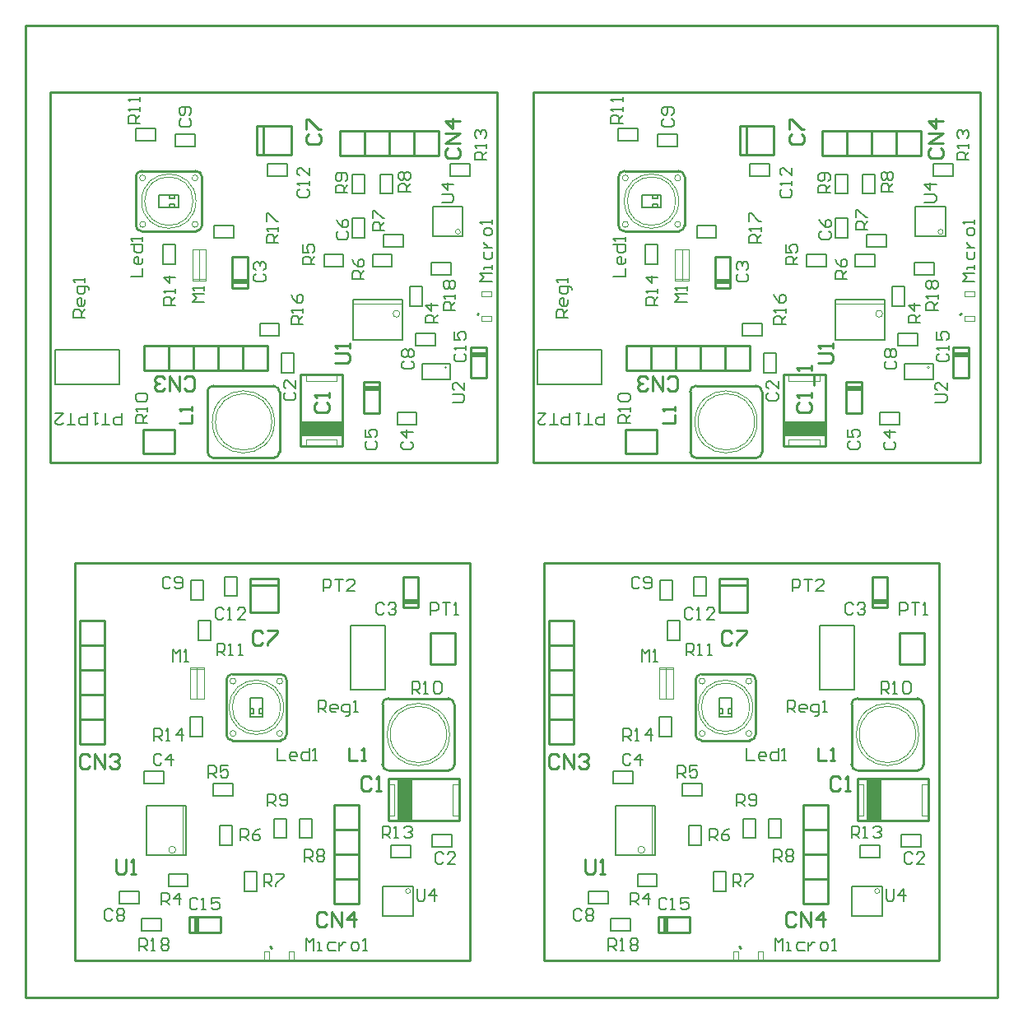
<source format=gto>
%FSLAX23Y23*%
%MOIN*%
G70*
G01*
G75*
%ADD10R,0.079X0.150*%
%ADD11R,0.039X0.059*%
%ADD12R,0.063X0.055*%
%ADD13R,0.094X0.063*%
%ADD14R,0.059X0.039*%
%ADD15R,0.079X0.157*%
%ADD16R,0.100X0.200*%
%ADD17R,0.050X0.035*%
%ADD18R,0.110X0.079*%
%ADD19R,0.100X0.030*%
%ADD20R,0.017X0.066*%
%ADD21R,0.055X0.071*%
%ADD22R,0.090X0.150*%
%ADD23R,0.085X0.050*%
%ADD24R,0.150X0.079*%
%ADD25R,0.071X0.055*%
%ADD26R,0.063X0.094*%
%ADD27R,0.200X0.100*%
%ADD28R,0.079X0.110*%
%ADD29R,0.030X0.100*%
%ADD30R,0.026X0.042*%
%ADD31R,0.066X0.017*%
%ADD32R,0.150X0.090*%
%ADD33R,0.050X0.085*%
%ADD34C,0.025*%
%ADD35C,0.030*%
%ADD36C,0.040*%
%ADD37C,0.015*%
%ADD38C,0.020*%
%ADD39C,0.035*%
%ADD40C,0.050*%
%ADD41C,0.055*%
%ADD42C,0.010*%
%ADD43C,0.045*%
%ADD44C,0.060*%
%ADD45R,0.151X0.305*%
%ADD46R,0.035X0.075*%
%ADD47R,0.065X0.080*%
%ADD48R,0.280X0.151*%
%ADD49R,0.052X0.100*%
%ADD50R,0.094X0.047*%
%ADD51R,0.120X0.040*%
%ADD52R,0.035X0.045*%
%ADD53R,0.085X0.065*%
%ADD54R,0.064X0.076*%
%ADD55R,0.044X0.080*%
%ADD56C,0.079*%
%ADD57C,0.100*%
%ADD58C,0.138*%
%ADD59C,0.040*%
%ADD60C,0.050*%
%ADD61C,0.070*%
%ADD62R,0.030X0.070*%
%ADD63R,0.070X0.030*%
%ADD64R,0.094X0.047*%
%ADD65R,0.047X0.110*%
%ADD66R,0.205X0.305*%
%ADD67R,0.290X0.235*%
%ADD68C,0.004*%
%ADD69C,0.003*%
%ADD70C,0.002*%
%ADD71C,0.002*%
%ADD72C,0.005*%
%ADD73C,0.001*%
%ADD74C,0.008*%
%ADD75C,0.008*%
%ADD76R,0.060X0.169*%
%ADD77R,0.063X0.021*%
%ADD78R,0.021X0.063*%
%ADD79R,0.169X0.060*%
%ADD80R,0.063X0.023*%
D42*
X3613Y919D02*
G03*
X3636Y943I0J24D01*
G01*
X3345Y943D02*
G03*
X3369Y919I24J0D01*
G01*
Y1211D02*
G03*
X3345Y1187I0J-24D01*
G01*
X3636Y1187D02*
G03*
X3613Y1211I-24J0D01*
G01*
X2713Y1065D02*
G03*
X2737Y1041I24J0D01*
G01*
Y1309D02*
G03*
X2713Y1285I0J-24D01*
G01*
X2933Y1041D02*
G03*
X2957Y1065I0J24D01*
G01*
Y1285D02*
G03*
X2933Y1309I-24J0D01*
G01*
X813Y1065D02*
G03*
X837Y1041I24J0D01*
G01*
Y1309D02*
G03*
X813Y1285I0J-24D01*
G01*
X1033Y1041D02*
G03*
X1057Y1065I0J24D01*
G01*
Y1285D02*
G03*
X1033Y1309I-24J0D01*
G01*
X1713Y919D02*
G03*
X1736Y943I0J24D01*
G01*
X1445Y943D02*
G03*
X1469Y919I24J0D01*
G01*
Y1211D02*
G03*
X1445Y1187I0J-24D01*
G01*
X1736Y1187D02*
G03*
X1713Y1211I-24J0D01*
G01*
X2715Y2477D02*
G03*
X2692Y2453I0J-24D01*
G01*
X2983Y2453D02*
G03*
X2959Y2477I-24J0D01*
G01*
Y2185D02*
G03*
X2983Y2209I0J24D01*
G01*
X2692Y2209D02*
G03*
X2715Y2185I24J0D01*
G01*
X2645Y3103D02*
G03*
X2669Y3127I0J24D01*
G01*
X2401D02*
G03*
X2425Y3103I24J0D01*
G01*
X2669Y3323D02*
G03*
X2645Y3347I-24J0D01*
G01*
X2425D02*
G03*
X2401Y3323I0J-24D01*
G01*
X690Y3103D02*
G03*
X714Y3127I0J24D01*
G01*
X446D02*
G03*
X470Y3103I24J0D01*
G01*
X714Y3323D02*
G03*
X690Y3347I-24J0D01*
G01*
X470D02*
G03*
X446Y3323I0J-24D01*
G01*
X760Y2477D02*
G03*
X737Y2453I0J-24D01*
G01*
X1028Y2453D02*
G03*
X1004Y2477I-24J0D01*
G01*
Y2185D02*
G03*
X1028Y2209I0J24D01*
G01*
X737Y2209D02*
G03*
X760Y2185I24J0D01*
G01*
X3368Y715D02*
Y885D01*
X3656Y715D02*
Y885D01*
X3368D02*
X3656D01*
X3368Y715D02*
X3656D01*
X3491Y1578D02*
Y1704D01*
X3429Y1578D02*
Y1704D01*
X3491D01*
X3429Y1578D02*
X3491D01*
X2922Y1558D02*
Y1696D01*
X2808D02*
X2922D01*
X2808Y1558D02*
Y1696D01*
Y1558D02*
X2922D01*
X2809Y1669D02*
X2922D01*
X2120Y1224D02*
X2121Y1225D01*
X2220D01*
X2120Y1325D02*
X2220D01*
X2120Y1425D02*
X2220D01*
X2120Y1525D02*
X2220D01*
X2120Y1025D02*
Y1525D01*
Y1025D02*
X2220D01*
Y1525D01*
X2120Y1125D02*
X2220D01*
X3150Y479D02*
X3151Y480D01*
X3250D01*
X3150Y580D02*
X3250D01*
X3150Y680D02*
X3250D01*
X3150Y780D02*
X3250D01*
X3150Y380D02*
Y780D01*
Y380D02*
X3250D01*
Y780D01*
X3636Y943D02*
Y1187D01*
X3369Y919D02*
X3613D01*
X3345Y943D02*
Y1187D01*
X3369Y1211D02*
X3613D01*
X2957Y1065D02*
Y1285D01*
X2713Y1065D02*
Y1285D01*
X2737Y1041D02*
X2933D01*
X2737Y1309D02*
X2933D01*
X3541Y1351D02*
X3639D01*
X3541D02*
Y1477D01*
X3639D01*
Y1351D02*
Y1477D01*
X2562Y327D02*
X2688D01*
X2562Y264D02*
Y327D01*
Y264D02*
X2688D01*
Y327D01*
X2890Y205D02*
X2895Y200D01*
X990Y205D02*
X995Y200D01*
X662Y327D02*
X788D01*
X662Y264D02*
Y327D01*
Y264D02*
X788D01*
Y327D01*
X1641Y1351D02*
X1739D01*
X1641D02*
Y1477D01*
X1739D01*
Y1351D02*
Y1477D01*
X1057Y1065D02*
Y1285D01*
X813Y1065D02*
Y1285D01*
X837Y1041D02*
X1033D01*
X837Y1309D02*
X1033D01*
X1736Y943D02*
Y1187D01*
X1469Y919D02*
X1713D01*
X1445Y943D02*
Y1187D01*
X1469Y1211D02*
X1713D01*
X1250Y479D02*
X1251Y480D01*
X1350D01*
X1250Y580D02*
X1350D01*
X1250Y680D02*
X1350D01*
X1250Y780D02*
X1350D01*
X1250Y380D02*
Y780D01*
Y380D02*
X1350D01*
Y780D01*
X220Y1224D02*
X221Y1225D01*
X320D01*
X220Y1325D02*
X320D01*
X220Y1425D02*
X320D01*
X220Y1525D02*
X320D01*
X220Y1025D02*
Y1525D01*
Y1025D02*
X320D01*
Y1525D01*
X220Y1125D02*
X320D01*
X1022Y1558D02*
Y1696D01*
X908D02*
X1022D01*
X908Y1558D02*
Y1696D01*
Y1558D02*
X1022D01*
X909Y1669D02*
X1022D01*
X1591Y1578D02*
Y1704D01*
X1529Y1578D02*
Y1704D01*
X1591D01*
X1529Y1578D02*
X1591D01*
X1468Y715D02*
Y885D01*
X1756Y715D02*
Y885D01*
X1468D02*
X1756D01*
X1468Y715D02*
X1756D01*
X3068Y2234D02*
X3238D01*
X3068Y2522D02*
X3238D01*
X3068Y2234D02*
Y2522D01*
X3238Y2234D02*
Y2522D01*
X2854Y2874D02*
Y3000D01*
X2792Y2874D02*
Y3000D01*
X2854D01*
X2792Y2874D02*
X2854D01*
X3387Y2367D02*
Y2493D01*
X3324D02*
X3387D01*
X3324Y2367D02*
Y2493D01*
Y2367D02*
X3387D01*
X2892Y3528D02*
X3030D01*
X2892Y3414D02*
Y3528D01*
Y3414D02*
X3030D01*
Y3528D01*
X2919Y3415D02*
Y3528D01*
X2733Y2542D02*
X2734Y2541D01*
X2733Y2542D02*
Y2641D01*
X2633Y2541D02*
Y2641D01*
X2533Y2541D02*
Y2641D01*
X2433Y2541D02*
Y2641D01*
Y2541D02*
X2933D01*
Y2641D01*
X2433D02*
X2933D01*
X2833Y2541D02*
Y2641D01*
X3527Y3411D02*
X3528Y3410D01*
X3527Y3411D02*
Y3510D01*
X3427Y3410D02*
Y3510D01*
X3327Y3410D02*
Y3510D01*
X3227Y3410D02*
Y3510D01*
Y3410D02*
X3627D01*
Y3510D01*
X3227D02*
X3627D01*
X2692Y2209D02*
Y2453D01*
X2715Y2477D02*
X2959D01*
X2983Y2209D02*
Y2453D01*
X2715Y2185D02*
X2959D01*
X2425Y3347D02*
X2645D01*
X2425Y3103D02*
X2645D01*
X2669Y3127D02*
Y3323D01*
X2401Y3127D02*
Y3323D01*
X2557Y2202D02*
Y2300D01*
X2431Y2202D02*
X2557D01*
X2431D02*
Y2300D01*
X2557D01*
X3820Y2508D02*
Y2634D01*
X3757D02*
X3820D01*
X3757Y2508D02*
Y2634D01*
Y2508D02*
X3820D01*
X3783Y2766D02*
X3788Y2771D01*
X1828Y2766D02*
X1833Y2771D01*
X1865Y2508D02*
Y2634D01*
X1802D02*
X1865D01*
X1802Y2508D02*
Y2634D01*
Y2508D02*
X1865D01*
X602Y2202D02*
Y2300D01*
X476Y2202D02*
X602D01*
X476D02*
Y2300D01*
X602D01*
X470Y3347D02*
X690D01*
X470Y3103D02*
X690D01*
X714Y3127D02*
Y3323D01*
X446Y3127D02*
Y3323D01*
X737Y2209D02*
Y2453D01*
X760Y2477D02*
X1004D01*
X1028Y2209D02*
Y2453D01*
X760Y2185D02*
X1004D01*
X1572Y3411D02*
X1573Y3410D01*
X1572Y3411D02*
Y3510D01*
X1472Y3410D02*
Y3510D01*
X1372Y3410D02*
Y3510D01*
X1272Y3410D02*
Y3510D01*
Y3410D02*
X1672D01*
Y3510D01*
X1272D02*
X1672D01*
X778Y2542D02*
X779Y2541D01*
X778Y2542D02*
Y2641D01*
X678Y2541D02*
Y2641D01*
X578Y2541D02*
Y2641D01*
X478Y2541D02*
Y2641D01*
Y2541D02*
X978D01*
Y2641D01*
X478D02*
X978D01*
X878Y2541D02*
Y2641D01*
X937Y3528D02*
X1075D01*
X937Y3414D02*
Y3528D01*
Y3414D02*
X1075D01*
Y3528D01*
X964Y3415D02*
Y3528D01*
X1432Y2367D02*
Y2493D01*
X1369D02*
X1432D01*
X1369Y2367D02*
Y2493D01*
Y2367D02*
X1432D01*
X899Y2874D02*
Y3000D01*
X837Y2874D02*
Y3000D01*
X899D01*
X837Y2874D02*
X899D01*
X1113Y2234D02*
X1283D01*
X1113Y2522D02*
X1283D01*
X1113Y2234D02*
Y2522D01*
X1283Y2234D02*
Y2522D01*
X3300Y885D02*
X3290Y895D01*
X3270D01*
X3260Y885D01*
Y845D01*
X3270Y835D01*
X3290D01*
X3300Y845D01*
X3320Y835D02*
X3340D01*
X3330D01*
Y895D01*
X3320Y885D01*
X2860Y1475D02*
X2850Y1485D01*
X2830D01*
X2820Y1475D01*
Y1435D01*
X2830Y1425D01*
X2850D01*
X2860Y1435D01*
X2880Y1485D02*
X2920D01*
Y1475D01*
X2880Y1435D01*
Y1425D01*
X2160Y975D02*
X2150Y985D01*
X2130D01*
X2120Y975D01*
Y935D01*
X2130Y925D01*
X2150D01*
X2160Y935D01*
X2180Y925D02*
Y985D01*
X2220Y925D01*
Y985D01*
X2240Y975D02*
X2250Y985D01*
X2270D01*
X2280Y975D01*
Y965D01*
X2270Y955D01*
X2260D01*
X2270D01*
X2280Y945D01*
Y935D01*
X2270Y925D01*
X2250D01*
X2240Y935D01*
X3120Y335D02*
X3110Y345D01*
X3090D01*
X3080Y335D01*
Y295D01*
X3090Y285D01*
X3110D01*
X3120Y295D01*
X3140Y285D02*
Y345D01*
X3180Y285D01*
Y345D01*
X3230Y285D02*
Y345D01*
X3200Y315D01*
X3240D01*
X3210Y1010D02*
Y960D01*
X3243D01*
X3260D02*
X3277D01*
X3268D01*
Y1010D01*
X3260Y1002D01*
X2265Y560D02*
Y510D01*
X2275Y500D01*
X2295D01*
X2305Y510D01*
Y560D01*
X2325Y500D02*
X2345D01*
X2335D01*
Y560D01*
X2325Y550D01*
X365Y560D02*
Y510D01*
X375Y500D01*
X395D01*
X405Y510D01*
Y560D01*
X425Y500D02*
X445D01*
X435D01*
Y560D01*
X425Y550D01*
X1310Y1010D02*
Y960D01*
X1343D01*
X1360D02*
X1377D01*
X1368D01*
Y1010D01*
X1360Y1002D01*
X1220Y335D02*
X1210Y345D01*
X1190D01*
X1180Y335D01*
Y295D01*
X1190Y285D01*
X1210D01*
X1220Y295D01*
X1240Y285D02*
Y345D01*
X1280Y285D01*
Y345D01*
X1330Y285D02*
Y345D01*
X1300Y315D01*
X1340D01*
X260Y975D02*
X250Y985D01*
X230D01*
X220Y975D01*
Y935D01*
X230Y925D01*
X250D01*
X260Y935D01*
X280Y925D02*
Y985D01*
X320Y925D01*
Y985D01*
X340Y975D02*
X350Y985D01*
X370D01*
X380Y975D01*
Y965D01*
X370Y955D01*
X360D01*
X370D01*
X380Y945D01*
Y935D01*
X370Y925D01*
X350D01*
X340Y935D01*
X960Y1475D02*
X950Y1485D01*
X930D01*
X920Y1475D01*
Y1435D01*
X930Y1425D01*
X950D01*
X960Y1435D01*
X980Y1485D02*
X1020D01*
Y1475D01*
X980Y1435D01*
Y1425D01*
X1400Y885D02*
X1390Y895D01*
X1370D01*
X1360Y885D01*
Y845D01*
X1370Y835D01*
X1390D01*
X1400Y845D01*
X1420Y835D02*
X1440D01*
X1430D01*
Y895D01*
X1420Y885D01*
X1178Y2411D02*
X1168Y2401D01*
Y2381D01*
X1178Y2371D01*
X1218D01*
X1228Y2381D01*
Y2401D01*
X1218Y2411D01*
X1228Y2431D02*
Y2451D01*
Y2441D01*
X1168D01*
X1178Y2431D01*
X1147Y3497D02*
X1137Y3487D01*
Y3467D01*
X1147Y3457D01*
X1187D01*
X1197Y3467D01*
Y3487D01*
X1187Y3497D01*
X1137Y3517D02*
Y3557D01*
X1147D01*
X1187Y3517D01*
X1197D01*
X643Y2466D02*
X653Y2456D01*
X673D01*
X683Y2466D01*
Y2506D01*
X673Y2516D01*
X653D01*
X643Y2506D01*
X623Y2516D02*
Y2456D01*
X583Y2516D01*
Y2456D01*
X563Y2466D02*
X553Y2456D01*
X533D01*
X523Y2466D01*
Y2476D01*
X533Y2486D01*
X543D01*
X533D01*
X523Y2496D01*
Y2506D01*
X533Y2516D01*
X553D01*
X563Y2506D01*
X1710Y3441D02*
X1700Y3431D01*
Y3411D01*
X1710Y3401D01*
X1750D01*
X1760Y3411D01*
Y3431D01*
X1750Y3441D01*
X1760Y3461D02*
X1700D01*
X1760Y3501D01*
X1700D01*
X1760Y3551D02*
X1700D01*
X1730Y3521D01*
Y3561D01*
X623Y2326D02*
X673D01*
Y2359D01*
Y2376D02*
Y2393D01*
Y2384D01*
X623D01*
X631Y2376D01*
X1253Y2571D02*
X1303D01*
X1313Y2581D01*
Y2601D01*
X1303Y2611D01*
X1253D01*
X1313Y2631D02*
Y2651D01*
Y2641D01*
X1253D01*
X1263Y2631D01*
X3208Y2571D02*
X3258D01*
X3268Y2581D01*
Y2601D01*
X3258Y2611D01*
X3208D01*
X3268Y2631D02*
Y2651D01*
Y2641D01*
X3208D01*
X3218Y2631D01*
X2578Y2326D02*
X2628D01*
Y2359D01*
Y2376D02*
Y2393D01*
Y2384D01*
X2578D01*
X2586Y2376D01*
X3665Y3441D02*
X3655Y3431D01*
Y3411D01*
X3665Y3401D01*
X3705D01*
X3715Y3411D01*
Y3431D01*
X3705Y3441D01*
X3715Y3461D02*
X3655D01*
X3715Y3501D01*
X3655D01*
X3715Y3551D02*
X3655D01*
X3685Y3521D01*
Y3561D01*
X2598Y2466D02*
X2608Y2456D01*
X2628D01*
X2638Y2466D01*
Y2506D01*
X2628Y2516D01*
X2608D01*
X2598Y2506D01*
X2578Y2516D02*
Y2456D01*
X2538Y2516D01*
Y2456D01*
X2518Y2466D02*
X2508Y2456D01*
X2488D01*
X2478Y2466D01*
Y2476D01*
X2488Y2486D01*
X2498D01*
X2488D01*
X2478Y2496D01*
Y2506D01*
X2488Y2516D01*
X2508D01*
X2518Y2506D01*
X3102Y3497D02*
X3092Y3487D01*
Y3467D01*
X3102Y3457D01*
X3142D01*
X3152Y3467D01*
Y3487D01*
X3142Y3497D01*
X3092Y3517D02*
Y3557D01*
X3102D01*
X3142Y3517D01*
X3152D01*
X3133Y2411D02*
X3123Y2401D01*
Y2381D01*
X3133Y2371D01*
X3173D01*
X3183Y2381D01*
Y2401D01*
X3173Y2411D01*
X3183Y2431D02*
Y2451D01*
Y2441D01*
X3123D01*
X3133Y2431D01*
X3193Y2481D02*
Y2521D01*
X3183Y2541D02*
Y2561D01*
Y2551D01*
X3123D01*
X3133Y2541D01*
X2100Y150D02*
Y1760D01*
X3700D01*
X2100Y150D02*
X3700D01*
Y1760D01*
X1800Y150D02*
Y1760D01*
X200Y150D02*
X1800D01*
X200Y1760D02*
X1800D01*
X200Y150D02*
Y1760D01*
X3937Y0D02*
Y3937D01*
X0D02*
X3937D01*
X0Y0D02*
Y3937D01*
Y0D02*
X3937D01*
X100Y2165D02*
X1910D01*
X100D02*
Y3665D01*
X1910Y2165D02*
Y3665D01*
X100D02*
X1910D01*
X2055D02*
X3865D01*
Y2165D02*
Y3665D01*
X2055Y2165D02*
Y3665D01*
Y2165D02*
X3865D01*
D68*
X3617Y1065D02*
G03*
X3617Y1065I-126J0D01*
G01*
X3605D02*
G03*
X3605Y1065I-114J0D01*
G01*
X2933Y1175D02*
G03*
X2933Y1175I-98J0D01*
G01*
X2752Y1281D02*
G03*
X2752Y1281I-12J0D01*
G01*
Y1069D02*
G03*
X2752Y1069I-12J0D01*
G01*
X2941D02*
G03*
X2941Y1069I-12J0D01*
G01*
Y1281D02*
G03*
X2941Y1281I-12J0D01*
G01*
X2945Y1175D02*
G03*
X2945Y1175I-110J0D01*
G01*
X1033D02*
G03*
X1033Y1175I-98J0D01*
G01*
X852Y1281D02*
G03*
X852Y1281I-12J0D01*
G01*
Y1069D02*
G03*
X852Y1069I-12J0D01*
G01*
X1041D02*
G03*
X1041Y1069I-12J0D01*
G01*
Y1281D02*
G03*
X1041Y1281I-12J0D01*
G01*
X1045Y1175D02*
G03*
X1045Y1175I-110J0D01*
G01*
X1717Y1065D02*
G03*
X1717Y1065I-126J0D01*
G01*
X1705D02*
G03*
X1705Y1065I-114J0D01*
G01*
X2963Y2331D02*
G03*
X2963Y2331I-126J0D01*
G01*
X2952D02*
G03*
X2952Y2331I-114J0D01*
G01*
X2633Y3225D02*
G03*
X2633Y3225I-98J0D01*
G01*
X2441Y3131D02*
G03*
X2441Y3131I-12J0D01*
G01*
X2653D02*
G03*
X2653Y3131I-12J0D01*
G01*
Y3319D02*
G03*
X2653Y3319I-12J0D01*
G01*
X2441D02*
G03*
X2441Y3319I-12J0D01*
G01*
X2645Y3225D02*
G03*
X2645Y3225I-110J0D01*
G01*
X678D02*
G03*
X678Y3225I-98J0D01*
G01*
X486Y3131D02*
G03*
X486Y3131I-12J0D01*
G01*
X698D02*
G03*
X698Y3131I-12J0D01*
G01*
Y3319D02*
G03*
X698Y3319I-12J0D01*
G01*
X486D02*
G03*
X486Y3319I-12J0D01*
G01*
X690Y3225D02*
G03*
X690Y3225I-110J0D01*
G01*
X1008Y2331D02*
G03*
X1008Y2331I-126J0D01*
G01*
X997D02*
G03*
X997Y2331I-114J0D01*
G01*
X3630Y863D02*
X3654D01*
X3630Y737D02*
Y863D01*
Y737D02*
X3656D01*
X3368D02*
X3394D01*
Y863D01*
X3368D02*
X3394D01*
X2965Y146D02*
X2985D01*
X2865D02*
X2885D01*
X2965Y186D02*
X2985D01*
Y146D02*
Y186D01*
X2965Y146D02*
Y186D01*
X2865D02*
X2885D01*
Y146D02*
Y186D01*
X2865Y146D02*
Y186D01*
X1065Y146D02*
X1085D01*
X965D02*
X985D01*
X1065Y186D02*
X1085D01*
Y146D02*
Y186D01*
X1065Y146D02*
Y186D01*
X965D02*
X985D01*
Y146D02*
Y186D01*
X965Y146D02*
Y186D01*
X1730Y863D02*
X1754D01*
X1730Y737D02*
Y863D01*
Y737D02*
X1756D01*
X1468D02*
X1494D01*
Y863D01*
X1468D02*
X1494D01*
X3090Y2496D02*
Y2520D01*
Y2496D02*
X3216D01*
Y2522D01*
Y2234D02*
Y2260D01*
X3090D02*
X3216D01*
X3090Y2234D02*
Y2260D01*
X3842Y2841D02*
Y2861D01*
Y2741D02*
Y2761D01*
X3802Y2841D02*
Y2861D01*
X3842D01*
X3802Y2841D02*
X3842D01*
X3802Y2741D02*
Y2761D01*
X3842D01*
X3802Y2741D02*
X3842D01*
X1887Y2841D02*
Y2861D01*
Y2741D02*
Y2761D01*
X1847Y2841D02*
Y2861D01*
X1887D01*
X1847Y2841D02*
X1887D01*
X1847Y2741D02*
Y2761D01*
X1887D01*
X1847Y2741D02*
X1887D01*
X1135Y2496D02*
Y2520D01*
Y2496D02*
X1261D01*
Y2522D01*
Y2234D02*
Y2260D01*
X1135D02*
X1261D01*
X1135Y2234D02*
Y2260D01*
D69*
X2508Y598D02*
G03*
X2508Y598I-14J0D01*
G01*
X608D02*
G03*
X608Y598I-14J0D01*
G01*
X3471Y2769D02*
G03*
X3471Y2769I-14J0D01*
G01*
X1516D02*
G03*
X1516Y2769I-14J0D01*
G01*
D70*
X3459Y431D02*
G03*
X3459Y431I-10J0D01*
G01*
X1559D02*
G03*
X1559Y431I-10J0D01*
G01*
X3716Y3101D02*
G03*
X3716Y3101I-10J0D01*
G01*
X1761D02*
G03*
X1761Y3101I-10J0D01*
G01*
X2623Y1210D02*
Y1335D01*
X2567D02*
X2623D01*
X2567Y1210D02*
Y1335D01*
Y1210D02*
X2623D01*
X2535Y576D02*
Y773D01*
X635Y576D02*
Y773D01*
X723Y1210D02*
Y1335D01*
X667D02*
X723D01*
X667Y1210D02*
Y1335D01*
Y1210D02*
X723D01*
X2630Y2903D02*
Y3028D01*
Y2903D02*
X2686D01*
Y3028D01*
X2630D02*
X2686D01*
X3282Y2810D02*
X3479D01*
X1327D02*
X1524D01*
X675Y2903D02*
Y3028D01*
Y2903D02*
X731D01*
Y3028D01*
X675D02*
X731D01*
D71*
X3660Y2551D02*
G03*
X3660Y2551I-4J0D01*
G01*
X1705D02*
G03*
X1705Y2551I-4J0D01*
G01*
D72*
X3546Y660D02*
X3625D01*
X3546Y610D02*
Y660D01*
Y610D02*
X3625D01*
Y660D01*
X2380Y865D02*
X2459D01*
Y915D01*
X2380D02*
X2459D01*
X2380Y865D02*
Y915D01*
X2280Y380D02*
X2359D01*
Y430D01*
X2280D02*
X2359D01*
X2280Y380D02*
Y430D01*
X2570Y1611D02*
Y1690D01*
Y1611D02*
X2620D01*
Y1690D01*
X2570D02*
X2620D01*
X2755Y1625D02*
Y1704D01*
X2705D02*
X2755D01*
X2705Y1625D02*
Y1704D01*
Y1625D02*
X2755D01*
X2809Y1136D02*
Y1214D01*
Y1136D02*
X2861D01*
Y1214D01*
X2809D02*
X2861D01*
X2809Y1151D02*
X2823D01*
Y1171D01*
X2809D02*
X2823D01*
X2847D02*
X2861D01*
X2847Y1151D02*
Y1171D01*
Y1151D02*
X2861D01*
X2478Y500D02*
X2557D01*
X2478Y450D02*
Y500D01*
Y450D02*
X2557D01*
Y500D01*
X2660Y815D02*
X2739D01*
Y865D01*
X2660D02*
X2739D01*
X2660Y815D02*
Y865D01*
X2685Y616D02*
Y695D01*
Y616D02*
X2735D01*
Y695D01*
X2685D02*
X2735D01*
X2835Y430D02*
Y509D01*
X2785D02*
X2835D01*
X2785Y430D02*
Y509D01*
Y430D02*
X2835D01*
X3060Y645D02*
Y724D01*
X3010D02*
X3060D01*
X3010Y645D02*
Y724D01*
Y645D02*
X3060D01*
X2955D02*
Y724D01*
X2905D02*
X2955D01*
X2905Y645D02*
Y724D01*
Y645D02*
X2955D01*
X2600Y1446D02*
Y1525D01*
Y1446D02*
X2650D01*
Y1525D01*
X2600D02*
X2650D01*
X3379Y565D02*
X3458D01*
Y615D01*
X3379D02*
X3458D01*
X3379Y565D02*
Y615D01*
X2565Y1056D02*
Y1135D01*
Y1056D02*
X2615D01*
Y1135D01*
X2565D02*
X2615D01*
X2371Y320D02*
X2450D01*
X2371Y270D02*
Y320D01*
Y270D02*
X2450D01*
Y320D01*
X2550Y575D02*
Y775D01*
X2389Y575D02*
X2550D01*
X2389D02*
Y775D01*
X2550D01*
X3346Y329D02*
X3468D01*
X3346D02*
Y451D01*
X3468Y329D02*
Y451D01*
X3346D02*
X3468D01*
X1446Y329D02*
X1568D01*
X1446D02*
Y451D01*
X1568Y329D02*
Y451D01*
X1446D02*
X1568D01*
X650Y575D02*
Y775D01*
X489Y575D02*
X650D01*
X489D02*
Y775D01*
X650D01*
X471Y320D02*
X550D01*
X471Y270D02*
Y320D01*
Y270D02*
X550D01*
Y320D01*
X665Y1056D02*
Y1135D01*
Y1056D02*
X715D01*
Y1135D01*
X665D02*
X715D01*
X1479Y565D02*
X1558D01*
Y615D01*
X1479D02*
X1558D01*
X1479Y565D02*
Y615D01*
X700Y1446D02*
Y1525D01*
Y1446D02*
X750D01*
Y1525D01*
X700D02*
X750D01*
X1055Y645D02*
Y724D01*
X1005D02*
X1055D01*
X1005Y645D02*
Y724D01*
Y645D02*
X1055D01*
X1160D02*
Y724D01*
X1110D02*
X1160D01*
X1110Y645D02*
Y724D01*
Y645D02*
X1160D01*
X935Y430D02*
Y509D01*
X885D02*
X935D01*
X885Y430D02*
Y509D01*
Y430D02*
X935D01*
X785Y616D02*
Y695D01*
Y616D02*
X835D01*
Y695D01*
X785D02*
X835D01*
X760Y815D02*
X839D01*
Y865D01*
X760D02*
X839D01*
X760Y815D02*
Y865D01*
X578Y500D02*
X657D01*
X578Y450D02*
Y500D01*
Y450D02*
X657D01*
Y500D01*
X909Y1136D02*
Y1214D01*
Y1136D02*
X961D01*
Y1214D01*
X909D02*
X961D01*
X909Y1151D02*
X923D01*
Y1171D01*
X909D02*
X923D01*
X947D02*
X961D01*
X947Y1151D02*
Y1171D01*
Y1151D02*
X961D01*
X855Y1625D02*
Y1704D01*
X805D02*
X855D01*
X805Y1625D02*
Y1704D01*
Y1625D02*
X855D01*
X670Y1611D02*
Y1690D01*
Y1611D02*
X720D01*
Y1690D01*
X670D02*
X720D01*
X380Y380D02*
X459D01*
Y430D01*
X380D02*
X459D01*
X380Y380D02*
Y430D01*
X480Y865D02*
X559D01*
Y915D01*
X480D02*
X559D01*
X480Y865D02*
Y915D01*
X1646Y660D02*
X1725D01*
X1646Y610D02*
Y660D01*
Y610D02*
X1725D01*
Y660D01*
X2990Y2531D02*
Y2610D01*
Y2531D02*
X3040D01*
Y2610D01*
X2990D02*
X3040D01*
X3460Y2320D02*
X3539D01*
Y2370D01*
X3460D02*
X3539D01*
X3460Y2320D02*
Y2370D01*
X3328Y3076D02*
Y3155D01*
X3278D02*
X3328D01*
X3278Y3076D02*
Y3155D01*
Y3076D02*
X3328D01*
X3534Y2690D02*
X3613D01*
X3534Y2640D02*
Y2690D01*
Y2640D02*
X3613D01*
Y2690D01*
X2561Y3495D02*
X2640D01*
X2561Y3445D02*
Y3495D01*
Y3445D02*
X2640D01*
Y3495D01*
X2934Y3376D02*
X3013D01*
X2934Y3326D02*
Y3376D01*
Y3326D02*
X3013D01*
Y3376D01*
X2496Y3199D02*
X2574D01*
Y3251D01*
X2496D02*
X2574D01*
X2496Y3199D02*
Y3251D01*
X2559Y3199D02*
Y3213D01*
X2539D02*
X2559D01*
X2539Y3199D02*
Y3213D01*
Y3237D02*
Y3251D01*
Y3237D02*
X2559D01*
Y3251D01*
X3510Y2799D02*
Y2878D01*
Y2799D02*
X3560D01*
Y2878D01*
X3510D02*
X3560D01*
X3163Y2960D02*
X3242D01*
Y3010D01*
X3163D02*
X3242D01*
X3163Y2960D02*
Y3010D01*
X3360Y2960D02*
X3439D01*
Y3010D01*
X3360D02*
X3439D01*
X3360Y2960D02*
Y3010D01*
X3406Y3090D02*
X3485D01*
X3406Y3040D02*
Y3090D01*
Y3040D02*
X3485D01*
Y3090D01*
X3440Y3255D02*
Y3334D01*
X3390D02*
X3440D01*
X3390Y3255D02*
Y3334D01*
Y3255D02*
X3440D01*
X3328D02*
Y3334D01*
X3278D02*
X3328D01*
X3278Y3255D02*
Y3334D01*
Y3255D02*
X3328D01*
X2401Y3520D02*
X2480D01*
X2401Y3470D02*
Y3520D01*
Y3470D02*
X2480D01*
Y3520D01*
X3676Y3375D02*
X3755D01*
X3676Y3325D02*
Y3375D01*
Y3325D02*
X3755D01*
Y3375D01*
X2560Y2970D02*
Y3049D01*
X2510D02*
X2560D01*
X2510Y2970D02*
Y3049D01*
Y2970D02*
X2560D01*
X2903Y2681D02*
X2982D01*
Y2731D01*
X2903D02*
X2982D01*
X2903Y2681D02*
Y2731D01*
X3599Y2976D02*
X3678D01*
X3599Y2926D02*
Y2976D01*
Y2926D02*
X3678D01*
Y2976D01*
X3280Y2825D02*
X3480D01*
Y2664D02*
Y2825D01*
X3280Y2664D02*
X3480D01*
X3280D02*
Y2825D01*
X3561Y2502D02*
X3675D01*
Y2566D01*
X3561D02*
X3675D01*
X3561Y2502D02*
Y2566D01*
X3604Y3082D02*
Y3204D01*
X3726D01*
X3604Y3082D02*
X3726D01*
Y3204D01*
X2718Y3076D02*
Y3126D01*
X2797D01*
Y3076D02*
Y3126D01*
X2718Y3076D02*
X2797D01*
X763D02*
Y3126D01*
X842D01*
Y3076D02*
Y3126D01*
X763Y3076D02*
X842D01*
X1649Y3082D02*
Y3204D01*
X1771D01*
X1649Y3082D02*
X1771D01*
Y3204D01*
X1606Y2502D02*
X1720D01*
Y2566D01*
X1606D02*
X1720D01*
X1606Y2502D02*
Y2566D01*
X1325Y2825D02*
X1525D01*
Y2664D02*
Y2825D01*
X1325Y2664D02*
X1525D01*
X1325D02*
Y2825D01*
X1644Y2976D02*
X1723D01*
X1644Y2926D02*
Y2976D01*
Y2926D02*
X1723D01*
Y2976D01*
X948Y2681D02*
X1027D01*
Y2731D01*
X948D02*
X1027D01*
X948Y2681D02*
Y2731D01*
X605Y2970D02*
Y3049D01*
X555D02*
X605D01*
X555Y2970D02*
Y3049D01*
Y2970D02*
X605D01*
X1721Y3375D02*
X1800D01*
X1721Y3325D02*
Y3375D01*
Y3325D02*
X1800D01*
Y3375D01*
X446Y3520D02*
X525D01*
X446Y3470D02*
Y3520D01*
Y3470D02*
X525D01*
Y3520D01*
X1373Y3255D02*
Y3334D01*
X1323D02*
X1373D01*
X1323Y3255D02*
Y3334D01*
Y3255D02*
X1373D01*
X1485D02*
Y3334D01*
X1435D02*
X1485D01*
X1435Y3255D02*
Y3334D01*
Y3255D02*
X1485D01*
X1451Y3090D02*
X1530D01*
X1451Y3040D02*
Y3090D01*
Y3040D02*
X1530D01*
Y3090D01*
X1405Y2960D02*
X1484D01*
Y3010D01*
X1405D02*
X1484D01*
X1405Y2960D02*
Y3010D01*
X1208Y2960D02*
X1287D01*
Y3010D01*
X1208D02*
X1287D01*
X1208Y2960D02*
Y3010D01*
X1555Y2799D02*
Y2878D01*
Y2799D02*
X1605D01*
Y2878D01*
X1555D02*
X1605D01*
X541Y3199D02*
X619D01*
Y3251D01*
X541D02*
X619D01*
X541Y3199D02*
Y3251D01*
X604Y3199D02*
Y3213D01*
X584D02*
X604D01*
X584Y3199D02*
Y3213D01*
Y3237D02*
Y3251D01*
Y3237D02*
X604D01*
Y3251D01*
X979Y3376D02*
X1058D01*
X979Y3326D02*
Y3376D01*
Y3326D02*
X1058D01*
Y3376D01*
X606Y3495D02*
X685D01*
X606Y3445D02*
Y3495D01*
Y3445D02*
X685D01*
Y3495D01*
X1579Y2690D02*
X1658D01*
X1579Y2640D02*
Y2690D01*
Y2640D02*
X1658D01*
Y2690D01*
X1373Y3076D02*
Y3155D01*
X1323D02*
X1373D01*
X1323Y3076D02*
Y3155D01*
Y3076D02*
X1373D01*
X1505Y2320D02*
X1584D01*
Y2370D01*
X1505D02*
X1584D01*
X1505Y2320D02*
Y2370D01*
X1035Y2531D02*
Y2610D01*
Y2531D02*
X1085D01*
Y2610D01*
X1035D02*
X1085D01*
D73*
X2567Y1330D02*
X2623D01*
X2594Y1210D02*
Y1335D01*
X667Y1330D02*
X723D01*
X694Y1210D02*
Y1335D01*
X2630Y2908D02*
X2686D01*
X2659Y2903D02*
Y3028D01*
X675Y2908D02*
X731D01*
X704Y2903D02*
Y3028D01*
D74*
X3217Y1247D02*
Y1506D01*
Y1247D02*
X3357D01*
Y1506D01*
X3217D02*
X3357D01*
X1317Y1247D02*
Y1506D01*
Y1247D02*
X1457D01*
Y1506D01*
X1317D02*
X1457D01*
X2074Y2483D02*
X2333D01*
Y2623D01*
X2074D02*
X2333D01*
X2074Y2483D02*
Y2623D01*
X119Y2483D02*
X378D01*
Y2623D01*
X119D02*
X378D01*
X119Y2483D02*
Y2623D01*
X2451Y979D02*
X2444Y987D01*
X2428D01*
X2420Y979D01*
Y948D01*
X2428Y940D01*
X2444D01*
X2451Y948D01*
X2491Y940D02*
Y987D01*
X2467Y964D01*
X2499D01*
X551Y979D02*
X544Y987D01*
X528D01*
X520Y979D01*
Y948D01*
X528Y940D01*
X544D01*
X551Y948D01*
X591Y940D02*
Y987D01*
X567Y964D01*
X599D01*
X1529Y2251D02*
X1521Y2244D01*
Y2228D01*
X1529Y2220D01*
X1560D01*
X1568Y2228D01*
Y2244D01*
X1560Y2251D01*
X1568Y2291D02*
X1521D01*
X1544Y2267D01*
Y2299D01*
X3484Y2251D02*
X3476Y2244D01*
Y2228D01*
X3484Y2220D01*
X3515D01*
X3523Y2228D01*
Y2244D01*
X3515Y2251D01*
X3523Y2291D02*
X3476D01*
X3499Y2267D01*
Y2299D01*
D75*
X3592Y580D02*
X3584Y588D01*
X3568D01*
X3560Y580D01*
Y548D01*
X3568Y540D01*
X3584D01*
X3592Y548D01*
X3640Y540D02*
X3608D01*
X3640Y572D01*
Y580D01*
X3632Y588D01*
X3616D01*
X3608Y580D01*
X3352Y1590D02*
X3344Y1598D01*
X3328D01*
X3320Y1590D01*
Y1558D01*
X3328Y1550D01*
X3344D01*
X3352Y1558D01*
X3368Y1590D02*
X3376Y1598D01*
X3392D01*
X3400Y1590D01*
Y1582D01*
X3392Y1574D01*
X3384D01*
X3392D01*
X3400Y1566D01*
Y1558D01*
X3392Y1550D01*
X3376D01*
X3368Y1558D01*
X2252Y350D02*
X2244Y358D01*
X2228D01*
X2220Y350D01*
Y318D01*
X2228Y310D01*
X2244D01*
X2252Y318D01*
X2268Y350D02*
X2276Y358D01*
X2292D01*
X2300Y350D01*
Y342D01*
X2292Y334D01*
X2300Y326D01*
Y318D01*
X2292Y310D01*
X2276D01*
X2268Y318D01*
Y326D01*
X2276Y334D01*
X2268Y342D01*
Y350D01*
X2276Y334D02*
X2292D01*
X2487Y1695D02*
X2479Y1703D01*
X2463D01*
X2455Y1695D01*
Y1663D01*
X2463Y1655D01*
X2479D01*
X2487Y1663D01*
X2503D02*
X2511Y1655D01*
X2527D01*
X2535Y1663D01*
Y1695D01*
X2527Y1703D01*
X2511D01*
X2503Y1695D01*
Y1687D01*
X2511Y1679D01*
X2535D01*
X2702Y1570D02*
X2694Y1578D01*
X2678D01*
X2670Y1570D01*
Y1538D01*
X2678Y1530D01*
X2694D01*
X2702Y1538D01*
X2718Y1530D02*
X2734D01*
X2726D01*
Y1578D01*
X2718Y1570D01*
X2790Y1530D02*
X2758D01*
X2790Y1562D01*
Y1570D01*
X2782Y1578D01*
X2766D01*
X2758Y1570D01*
X2920Y1008D02*
Y960D01*
X2952D01*
X2992D02*
X2976D01*
X2968Y968D01*
Y984D01*
X2976Y992D01*
X2992D01*
X3000Y984D01*
Y976D01*
X2968D01*
X3048Y1008D02*
Y960D01*
X3024D01*
X3016Y968D01*
Y984D01*
X3024Y992D01*
X3048D01*
X3064Y960D02*
X3080D01*
X3072D01*
Y1008D01*
X3064Y1000D01*
X2495Y1360D02*
Y1408D01*
X2511Y1392D01*
X2527Y1408D01*
Y1360D01*
X2543D02*
X2559D01*
X2551D01*
Y1408D01*
X2543Y1400D01*
X3540Y1550D02*
Y1598D01*
X3564D01*
X3572Y1590D01*
Y1574D01*
X3564Y1566D01*
X3540D01*
X3588Y1598D02*
X3620D01*
X3604D01*
Y1550D01*
X3636D02*
X3652D01*
X3644D01*
Y1598D01*
X3636Y1590D01*
X3105Y1645D02*
Y1693D01*
X3129D01*
X3137Y1685D01*
Y1669D01*
X3129Y1661D01*
X3105D01*
X3153Y1693D02*
X3185D01*
X3169D01*
Y1645D01*
X3233D02*
X3201D01*
X3233Y1677D01*
Y1685D01*
X3225Y1693D01*
X3209D01*
X3201Y1685D01*
X2450Y375D02*
Y423D01*
X2474D01*
X2482Y415D01*
Y399D01*
X2474Y391D01*
X2450D01*
X2466D02*
X2482Y375D01*
X2522D02*
Y423D01*
X2498Y399D01*
X2530D01*
X2640Y890D02*
Y938D01*
X2664D01*
X2672Y930D01*
Y914D01*
X2664Y906D01*
X2640D01*
X2656D02*
X2672Y890D01*
X2720Y938D02*
X2688D01*
Y914D01*
X2704Y922D01*
X2712D01*
X2720Y914D01*
Y898D01*
X2712Y890D01*
X2696D01*
X2688Y898D01*
X2770Y635D02*
Y683D01*
X2794D01*
X2802Y675D01*
Y659D01*
X2794Y651D01*
X2770D01*
X2786D02*
X2802Y635D01*
X2850Y683D02*
X2834Y675D01*
X2818Y659D01*
Y643D01*
X2826Y635D01*
X2842D01*
X2850Y643D01*
Y651D01*
X2842Y659D01*
X2818D01*
X2865Y450D02*
Y498D01*
X2889D01*
X2897Y490D01*
Y474D01*
X2889Y466D01*
X2865D01*
X2881D02*
X2897Y450D01*
X2913Y498D02*
X2945D01*
Y490D01*
X2913Y458D01*
Y450D01*
X3030Y550D02*
Y598D01*
X3054D01*
X3062Y590D01*
Y574D01*
X3054Y566D01*
X3030D01*
X3046D02*
X3062Y550D01*
X3078Y590D02*
X3086Y598D01*
X3102D01*
X3110Y590D01*
Y582D01*
X3102Y574D01*
X3110Y566D01*
Y558D01*
X3102Y550D01*
X3086D01*
X3078Y558D01*
Y566D01*
X3086Y574D01*
X3078Y582D01*
Y590D01*
X3086Y574D02*
X3102D01*
X2880Y775D02*
Y823D01*
X2904D01*
X2912Y815D01*
Y799D01*
X2904Y791D01*
X2880D01*
X2896D02*
X2912Y775D01*
X2928Y783D02*
X2936Y775D01*
X2952D01*
X2960Y783D01*
Y815D01*
X2952Y823D01*
X2936D01*
X2928Y815D01*
Y807D01*
X2936Y799D01*
X2960D01*
X3465Y1230D02*
Y1278D01*
X3489D01*
X3497Y1270D01*
Y1254D01*
X3489Y1246D01*
X3465D01*
X3481D02*
X3497Y1230D01*
X3513D02*
X3529D01*
X3521D01*
Y1278D01*
X3513Y1270D01*
X3553D02*
X3561Y1278D01*
X3577D01*
X3585Y1270D01*
Y1238D01*
X3577Y1230D01*
X3561D01*
X3553Y1238D01*
Y1270D01*
X2675Y1385D02*
Y1433D01*
X2699D01*
X2707Y1425D01*
Y1409D01*
X2699Y1401D01*
X2675D01*
X2691D02*
X2707Y1385D01*
X2723D02*
X2739D01*
X2731D01*
Y1433D01*
X2723Y1425D01*
X2763Y1385D02*
X2779D01*
X2771D01*
Y1433D01*
X2763Y1425D01*
X3345Y645D02*
Y693D01*
X3369D01*
X3377Y685D01*
Y669D01*
X3369Y661D01*
X3345D01*
X3361D02*
X3377Y645D01*
X3393D02*
X3409D01*
X3401D01*
Y693D01*
X3393Y685D01*
X3433D02*
X3441Y693D01*
X3457D01*
X3465Y685D01*
Y677D01*
X3457Y669D01*
X3449D01*
X3457D01*
X3465Y661D01*
Y653D01*
X3457Y645D01*
X3441D01*
X3433Y653D01*
X2420Y1040D02*
Y1088D01*
X2444D01*
X2452Y1080D01*
Y1064D01*
X2444Y1056D01*
X2420D01*
X2436D02*
X2452Y1040D01*
X2468D02*
X2484D01*
X2476D01*
Y1088D01*
X2468Y1080D01*
X2532Y1040D02*
Y1088D01*
X2508Y1064D01*
X2540D01*
X2360Y190D02*
Y238D01*
X2384D01*
X2392Y230D01*
Y214D01*
X2384Y206D01*
X2360D01*
X2376D02*
X2392Y190D01*
X2408D02*
X2424D01*
X2416D01*
Y238D01*
X2408Y230D01*
X2448D02*
X2456Y238D01*
X2472D01*
X2480Y230D01*
Y222D01*
X2472Y214D01*
X2480Y206D01*
Y198D01*
X2472Y190D01*
X2456D01*
X2448Y198D01*
Y206D01*
X2456Y214D01*
X2448Y222D01*
Y230D01*
X2456Y214D02*
X2472D01*
X3485Y438D02*
Y398D01*
X3493Y390D01*
X3509D01*
X3517Y398D01*
Y438D01*
X3557Y390D02*
Y438D01*
X3533Y414D01*
X3565D01*
X2597Y395D02*
X2589Y403D01*
X2573D01*
X2565Y395D01*
Y363D01*
X2573Y355D01*
X2589D01*
X2597Y363D01*
X2613Y355D02*
X2629D01*
X2621D01*
Y403D01*
X2613Y395D01*
X2685Y403D02*
X2653D01*
Y379D01*
X2669Y387D01*
X2677D01*
X2685Y379D01*
Y363D01*
X2677Y355D01*
X2661D01*
X2653Y363D01*
X3035Y190D02*
Y238D01*
X3051Y222D01*
X3067Y238D01*
Y190D01*
X3083D02*
X3099D01*
X3091D01*
Y222D01*
X3083D01*
X3155D02*
X3131D01*
X3123Y214D01*
Y198D01*
X3131Y190D01*
X3155D01*
X3171Y222D02*
Y190D01*
Y206D01*
X3179Y214D01*
X3187Y222D01*
X3195D01*
X3227Y190D02*
X3243D01*
X3251Y198D01*
Y214D01*
X3243Y222D01*
X3227D01*
X3219Y214D01*
Y198D01*
X3227Y190D01*
X3267D02*
X3283D01*
X3275D01*
Y238D01*
X3267Y230D01*
X3085Y1155D02*
Y1203D01*
X3109D01*
X3117Y1195D01*
Y1179D01*
X3109Y1171D01*
X3085D01*
X3101D02*
X3117Y1155D01*
X3157D02*
X3141D01*
X3133Y1163D01*
Y1179D01*
X3141Y1187D01*
X3157D01*
X3165Y1179D01*
Y1171D01*
X3133D01*
X3197Y1139D02*
X3205D01*
X3213Y1147D01*
Y1187D01*
X3189D01*
X3181Y1179D01*
Y1163D01*
X3189Y1155D01*
X3213D01*
X3229D02*
X3245D01*
X3237D01*
Y1203D01*
X3229Y1195D01*
X1185Y1155D02*
Y1203D01*
X1209D01*
X1217Y1195D01*
Y1179D01*
X1209Y1171D01*
X1185D01*
X1201D02*
X1217Y1155D01*
X1257D02*
X1241D01*
X1233Y1163D01*
Y1179D01*
X1241Y1187D01*
X1257D01*
X1265Y1179D01*
Y1171D01*
X1233D01*
X1297Y1139D02*
X1305D01*
X1313Y1147D01*
Y1187D01*
X1289D01*
X1281Y1179D01*
Y1163D01*
X1289Y1155D01*
X1313D01*
X1329D02*
X1345D01*
X1337D01*
Y1203D01*
X1329Y1195D01*
X1135Y190D02*
Y238D01*
X1151Y222D01*
X1167Y238D01*
Y190D01*
X1183D02*
X1199D01*
X1191D01*
Y222D01*
X1183D01*
X1255D02*
X1231D01*
X1223Y214D01*
Y198D01*
X1231Y190D01*
X1255D01*
X1271Y222D02*
Y190D01*
Y206D01*
X1279Y214D01*
X1287Y222D01*
X1295D01*
X1327Y190D02*
X1343D01*
X1351Y198D01*
Y214D01*
X1343Y222D01*
X1327D01*
X1319Y214D01*
Y198D01*
X1327Y190D01*
X1367D02*
X1383D01*
X1375D01*
Y238D01*
X1367Y230D01*
X697Y395D02*
X689Y403D01*
X673D01*
X665Y395D01*
Y363D01*
X673Y355D01*
X689D01*
X697Y363D01*
X713Y355D02*
X729D01*
X721D01*
Y403D01*
X713Y395D01*
X785Y403D02*
X753D01*
Y379D01*
X769Y387D01*
X777D01*
X785Y379D01*
Y363D01*
X777Y355D01*
X761D01*
X753Y363D01*
X1585Y438D02*
Y398D01*
X1593Y390D01*
X1609D01*
X1617Y398D01*
Y438D01*
X1657Y390D02*
Y438D01*
X1633Y414D01*
X1665D01*
X460Y190D02*
Y238D01*
X484D01*
X492Y230D01*
Y214D01*
X484Y206D01*
X460D01*
X476D02*
X492Y190D01*
X508D02*
X524D01*
X516D01*
Y238D01*
X508Y230D01*
X548D02*
X556Y238D01*
X572D01*
X580Y230D01*
Y222D01*
X572Y214D01*
X580Y206D01*
Y198D01*
X572Y190D01*
X556D01*
X548Y198D01*
Y206D01*
X556Y214D01*
X548Y222D01*
Y230D01*
X556Y214D02*
X572D01*
X520Y1040D02*
Y1088D01*
X544D01*
X552Y1080D01*
Y1064D01*
X544Y1056D01*
X520D01*
X536D02*
X552Y1040D01*
X568D02*
X584D01*
X576D01*
Y1088D01*
X568Y1080D01*
X632Y1040D02*
Y1088D01*
X608Y1064D01*
X640D01*
X1445Y645D02*
Y693D01*
X1469D01*
X1477Y685D01*
Y669D01*
X1469Y661D01*
X1445D01*
X1461D02*
X1477Y645D01*
X1493D02*
X1509D01*
X1501D01*
Y693D01*
X1493Y685D01*
X1533D02*
X1541Y693D01*
X1557D01*
X1565Y685D01*
Y677D01*
X1557Y669D01*
X1549D01*
X1557D01*
X1565Y661D01*
Y653D01*
X1557Y645D01*
X1541D01*
X1533Y653D01*
X775Y1385D02*
Y1433D01*
X799D01*
X807Y1425D01*
Y1409D01*
X799Y1401D01*
X775D01*
X791D02*
X807Y1385D01*
X823D02*
X839D01*
X831D01*
Y1433D01*
X823Y1425D01*
X863Y1385D02*
X879D01*
X871D01*
Y1433D01*
X863Y1425D01*
X1565Y1230D02*
Y1278D01*
X1589D01*
X1597Y1270D01*
Y1254D01*
X1589Y1246D01*
X1565D01*
X1581D02*
X1597Y1230D01*
X1613D02*
X1629D01*
X1621D01*
Y1278D01*
X1613Y1270D01*
X1653D02*
X1661Y1278D01*
X1677D01*
X1685Y1270D01*
Y1238D01*
X1677Y1230D01*
X1661D01*
X1653Y1238D01*
Y1270D01*
X980Y775D02*
Y823D01*
X1004D01*
X1012Y815D01*
Y799D01*
X1004Y791D01*
X980D01*
X996D02*
X1012Y775D01*
X1028Y783D02*
X1036Y775D01*
X1052D01*
X1060Y783D01*
Y815D01*
X1052Y823D01*
X1036D01*
X1028Y815D01*
Y807D01*
X1036Y799D01*
X1060D01*
X1130Y550D02*
Y598D01*
X1154D01*
X1162Y590D01*
Y574D01*
X1154Y566D01*
X1130D01*
X1146D02*
X1162Y550D01*
X1178Y590D02*
X1186Y598D01*
X1202D01*
X1210Y590D01*
Y582D01*
X1202Y574D01*
X1210Y566D01*
Y558D01*
X1202Y550D01*
X1186D01*
X1178Y558D01*
Y566D01*
X1186Y574D01*
X1178Y582D01*
Y590D01*
X1186Y574D02*
X1202D01*
X965Y450D02*
Y498D01*
X989D01*
X997Y490D01*
Y474D01*
X989Y466D01*
X965D01*
X981D02*
X997Y450D01*
X1013Y498D02*
X1045D01*
Y490D01*
X1013Y458D01*
Y450D01*
X870Y635D02*
Y683D01*
X894D01*
X902Y675D01*
Y659D01*
X894Y651D01*
X870D01*
X886D02*
X902Y635D01*
X950Y683D02*
X934Y675D01*
X918Y659D01*
Y643D01*
X926Y635D01*
X942D01*
X950Y643D01*
Y651D01*
X942Y659D01*
X918D01*
X740Y890D02*
Y938D01*
X764D01*
X772Y930D01*
Y914D01*
X764Y906D01*
X740D01*
X756D02*
X772Y890D01*
X820Y938D02*
X788D01*
Y914D01*
X804Y922D01*
X812D01*
X820Y914D01*
Y898D01*
X812Y890D01*
X796D01*
X788Y898D01*
X550Y375D02*
Y423D01*
X574D01*
X582Y415D01*
Y399D01*
X574Y391D01*
X550D01*
X566D02*
X582Y375D01*
X622D02*
Y423D01*
X598Y399D01*
X630D01*
X1205Y1645D02*
Y1693D01*
X1229D01*
X1237Y1685D01*
Y1669D01*
X1229Y1661D01*
X1205D01*
X1253Y1693D02*
X1285D01*
X1269D01*
Y1645D01*
X1333D02*
X1301D01*
X1333Y1677D01*
Y1685D01*
X1325Y1693D01*
X1309D01*
X1301Y1685D01*
X1640Y1550D02*
Y1598D01*
X1664D01*
X1672Y1590D01*
Y1574D01*
X1664Y1566D01*
X1640D01*
X1688Y1598D02*
X1720D01*
X1704D01*
Y1550D01*
X1736D02*
X1752D01*
X1744D01*
Y1598D01*
X1736Y1590D01*
X595Y1360D02*
Y1408D01*
X611Y1392D01*
X627Y1408D01*
Y1360D01*
X643D02*
X659D01*
X651D01*
Y1408D01*
X643Y1400D01*
X1020Y1008D02*
Y960D01*
X1052D01*
X1092D02*
X1076D01*
X1068Y968D01*
Y984D01*
X1076Y992D01*
X1092D01*
X1100Y984D01*
Y976D01*
X1068D01*
X1148Y1008D02*
Y960D01*
X1124D01*
X1116Y968D01*
Y984D01*
X1124Y992D01*
X1148D01*
X1164Y960D02*
X1180D01*
X1172D01*
Y1008D01*
X1164Y1000D01*
X802Y1570D02*
X794Y1578D01*
X778D01*
X770Y1570D01*
Y1538D01*
X778Y1530D01*
X794D01*
X802Y1538D01*
X818Y1530D02*
X834D01*
X826D01*
Y1578D01*
X818Y1570D01*
X890Y1530D02*
X858D01*
X890Y1562D01*
Y1570D01*
X882Y1578D01*
X866D01*
X858Y1570D01*
X587Y1695D02*
X579Y1703D01*
X563D01*
X555Y1695D01*
Y1663D01*
X563Y1655D01*
X579D01*
X587Y1663D01*
X603D02*
X611Y1655D01*
X627D01*
X635Y1663D01*
Y1695D01*
X627Y1703D01*
X611D01*
X603Y1695D01*
Y1687D01*
X611Y1679D01*
X635D01*
X352Y350D02*
X344Y358D01*
X328D01*
X320Y350D01*
Y318D01*
X328Y310D01*
X344D01*
X352Y318D01*
X368Y350D02*
X376Y358D01*
X392D01*
X400Y350D01*
Y342D01*
X392Y334D01*
X400Y326D01*
Y318D01*
X392Y310D01*
X376D01*
X368Y318D01*
Y326D01*
X376Y334D01*
X368Y342D01*
Y350D01*
X376Y334D02*
X392D01*
X1452Y1590D02*
X1444Y1598D01*
X1428D01*
X1420Y1590D01*
Y1558D01*
X1428Y1550D01*
X1444D01*
X1452Y1558D01*
X1468Y1590D02*
X1476Y1598D01*
X1492D01*
X1500Y1590D01*
Y1582D01*
X1492Y1574D01*
X1484D01*
X1492D01*
X1500Y1566D01*
Y1558D01*
X1492Y1550D01*
X1476D01*
X1468Y1558D01*
X1692Y580D02*
X1684Y588D01*
X1668D01*
X1660Y580D01*
Y548D01*
X1668Y540D01*
X1684D01*
X1692Y548D01*
X1740Y540D02*
X1708D01*
X1740Y572D01*
Y580D01*
X1732Y588D01*
X1716D01*
X1708Y580D01*
X1053Y2450D02*
X1045Y2442D01*
Y2426D01*
X1053Y2418D01*
X1085D01*
X1093Y2426D01*
Y2442D01*
X1085Y2450D01*
X1093Y2498D02*
Y2466D01*
X1061Y2498D01*
X1053D01*
X1045Y2490D01*
Y2474D01*
X1053Y2466D01*
X932Y2930D02*
X924Y2922D01*
Y2906D01*
X932Y2898D01*
X964D01*
X972Y2906D01*
Y2922D01*
X964Y2930D01*
X932Y2946D02*
X924Y2954D01*
Y2970D01*
X932Y2978D01*
X940D01*
X948Y2970D01*
Y2962D01*
Y2970D01*
X956Y2978D01*
X964D01*
X972Y2970D01*
Y2954D01*
X964Y2946D01*
X1383Y2253D02*
X1375Y2245D01*
Y2229D01*
X1383Y2221D01*
X1415D01*
X1423Y2229D01*
Y2245D01*
X1415Y2253D01*
X1375Y2301D02*
Y2269D01*
X1399D01*
X1391Y2285D01*
Y2293D01*
X1399Y2301D01*
X1415D01*
X1423Y2293D01*
Y2277D01*
X1415Y2269D01*
X1267Y3103D02*
X1259Y3095D01*
Y3079D01*
X1267Y3071D01*
X1299D01*
X1307Y3079D01*
Y3095D01*
X1299Y3103D01*
X1259Y3151D02*
X1267Y3135D01*
X1283Y3119D01*
X1299D01*
X1307Y3127D01*
Y3143D01*
X1299Y3151D01*
X1291D01*
X1283Y3143D01*
Y3119D01*
X1532Y2577D02*
X1524Y2569D01*
Y2553D01*
X1532Y2545D01*
X1564D01*
X1572Y2553D01*
Y2569D01*
X1564Y2577D01*
X1532Y2593D02*
X1524Y2601D01*
Y2617D01*
X1532Y2625D01*
X1540D01*
X1548Y2617D01*
X1556Y2625D01*
X1564D01*
X1572Y2617D01*
Y2601D01*
X1564Y2593D01*
X1556D01*
X1548Y2601D01*
X1540Y2593D01*
X1532D01*
X1548Y2601D02*
Y2617D01*
X630Y3558D02*
X622Y3550D01*
Y3534D01*
X630Y3526D01*
X662D01*
X670Y3534D01*
Y3550D01*
X662Y3558D01*
Y3574D02*
X670Y3582D01*
Y3598D01*
X662Y3606D01*
X630D01*
X622Y3598D01*
Y3582D01*
X630Y3574D01*
X638D01*
X646Y3582D01*
Y3606D01*
X1108Y3273D02*
X1100Y3265D01*
Y3249D01*
X1108Y3241D01*
X1140D01*
X1148Y3249D01*
Y3265D01*
X1140Y3273D01*
X1148Y3289D02*
Y3305D01*
Y3297D01*
X1100D01*
X1108Y3289D01*
X1148Y3361D02*
Y3329D01*
X1116Y3361D01*
X1108D01*
X1100Y3353D01*
Y3337D01*
X1108Y3329D01*
X425Y2920D02*
X473D01*
Y2952D01*
Y2992D02*
Y2976D01*
X465Y2968D01*
X449D01*
X441Y2976D01*
Y2992D01*
X449Y3000D01*
X457D01*
Y2968D01*
X425Y3048D02*
X473D01*
Y3024D01*
X465Y3016D01*
X449D01*
X441Y3024D01*
Y3048D01*
X473Y3064D02*
Y3080D01*
Y3072D01*
X425D01*
X433Y3064D01*
X724Y2816D02*
X676D01*
X692Y2832D01*
X676Y2848D01*
X724D01*
Y2864D02*
Y2880D01*
Y2872D01*
X676D01*
X684Y2864D01*
X388Y2366D02*
Y2318D01*
X364D01*
X356Y2326D01*
Y2342D01*
X364Y2350D01*
X388D01*
X340Y2318D02*
X308D01*
X324D01*
Y2366D01*
X292D02*
X276D01*
X284D01*
Y2318D01*
X292Y2326D01*
X248Y2366D02*
Y2318D01*
X224D01*
X216Y2326D01*
Y2342D01*
X224Y2350D01*
X248D01*
X200Y2318D02*
X168D01*
X184D01*
Y2366D01*
X120D02*
X152D01*
X120Y2334D01*
Y2326D01*
X128Y2318D01*
X144D01*
X152Y2326D01*
X1668Y2732D02*
X1620D01*
Y2756D01*
X1628Y2764D01*
X1644D01*
X1652Y2756D01*
Y2732D01*
Y2748D02*
X1668Y2764D01*
Y2804D02*
X1620D01*
X1644Y2780D01*
Y2812D01*
X1171Y2968D02*
X1123D01*
Y2992D01*
X1131Y3000D01*
X1147D01*
X1155Y2992D01*
Y2968D01*
Y2984D02*
X1171Y3000D01*
X1123Y3048D02*
Y3016D01*
X1147D01*
X1139Y3032D01*
Y3040D01*
X1147Y3048D01*
X1163D01*
X1171Y3040D01*
Y3024D01*
X1163Y3016D01*
X1371Y2910D02*
X1323D01*
Y2934D01*
X1331Y2942D01*
X1347D01*
X1355Y2934D01*
Y2910D01*
Y2926D02*
X1371Y2942D01*
X1323Y2990D02*
X1331Y2974D01*
X1347Y2958D01*
X1363D01*
X1371Y2966D01*
Y2982D01*
X1363Y2990D01*
X1355D01*
X1347Y2982D01*
Y2958D01*
X1453Y3107D02*
X1405D01*
Y3131D01*
X1413Y3139D01*
X1429D01*
X1437Y3131D01*
Y3107D01*
Y3123D02*
X1453Y3139D01*
X1405Y3155D02*
Y3187D01*
X1413D01*
X1445Y3155D01*
X1453D01*
X1558Y3263D02*
X1510D01*
Y3287D01*
X1518Y3295D01*
X1534D01*
X1542Y3287D01*
Y3263D01*
Y3279D02*
X1558Y3295D01*
X1518Y3311D02*
X1510Y3319D01*
Y3335D01*
X1518Y3343D01*
X1526D01*
X1534Y3335D01*
X1542Y3343D01*
X1550D01*
X1558Y3335D01*
Y3319D01*
X1550Y3311D01*
X1542D01*
X1534Y3319D01*
X1526Y3311D01*
X1518D01*
X1534Y3319D02*
Y3335D01*
X1304Y3258D02*
X1256D01*
Y3282D01*
X1264Y3290D01*
X1280D01*
X1288Y3282D01*
Y3258D01*
Y3274D02*
X1304Y3290D01*
X1296Y3306D02*
X1304Y3314D01*
Y3330D01*
X1296Y3338D01*
X1264D01*
X1256Y3330D01*
Y3314D01*
X1264Y3306D01*
X1272D01*
X1280Y3314D01*
Y3338D01*
X493Y2326D02*
X445D01*
Y2350D01*
X453Y2358D01*
X469D01*
X477Y2350D01*
Y2326D01*
Y2342D02*
X493Y2358D01*
Y2374D02*
Y2390D01*
Y2382D01*
X445D01*
X453Y2374D01*
Y2414D02*
X445Y2422D01*
Y2438D01*
X453Y2446D01*
X485D01*
X493Y2438D01*
Y2422D01*
X485Y2414D01*
X453D01*
X463Y3541D02*
X415D01*
Y3565D01*
X423Y3573D01*
X439D01*
X447Y3565D01*
Y3541D01*
Y3557D02*
X463Y3573D01*
Y3589D02*
Y3605D01*
Y3597D01*
X415D01*
X423Y3589D01*
X463Y3629D02*
Y3645D01*
Y3637D01*
X415D01*
X423Y3629D01*
X1866Y3392D02*
X1818D01*
Y3416D01*
X1826Y3424D01*
X1842D01*
X1850Y3416D01*
Y3392D01*
Y3408D02*
X1866Y3424D01*
Y3440D02*
Y3456D01*
Y3448D01*
X1818D01*
X1826Y3440D01*
Y3480D02*
X1818Y3488D01*
Y3504D01*
X1826Y3512D01*
X1834D01*
X1842Y3504D01*
Y3496D01*
Y3504D01*
X1850Y3512D01*
X1858D01*
X1866Y3504D01*
Y3488D01*
X1858Y3480D01*
X606Y2804D02*
X558D01*
Y2828D01*
X566Y2836D01*
X582D01*
X590Y2828D01*
Y2804D01*
Y2820D02*
X606Y2836D01*
Y2852D02*
Y2868D01*
Y2860D01*
X558D01*
X566Y2852D01*
X606Y2916D02*
X558D01*
X582Y2892D01*
Y2924D01*
X1123Y2726D02*
X1075D01*
Y2750D01*
X1083Y2758D01*
X1099D01*
X1107Y2750D01*
Y2726D01*
Y2742D02*
X1123Y2758D01*
Y2774D02*
Y2790D01*
Y2782D01*
X1075D01*
X1083Y2774D01*
X1075Y2846D02*
X1083Y2830D01*
X1099Y2814D01*
X1115D01*
X1123Y2822D01*
Y2838D01*
X1115Y2846D01*
X1107D01*
X1099Y2838D01*
Y2814D01*
X1740Y2783D02*
X1692D01*
Y2807D01*
X1700Y2815D01*
X1716D01*
X1724Y2807D01*
Y2783D01*
Y2799D02*
X1740Y2815D01*
Y2831D02*
Y2847D01*
Y2839D01*
X1692D01*
X1700Y2831D01*
Y2871D02*
X1692Y2879D01*
Y2895D01*
X1700Y2903D01*
X1708D01*
X1716Y2895D01*
X1724Y2903D01*
X1732D01*
X1740Y2895D01*
Y2879D01*
X1732Y2871D01*
X1724D01*
X1716Y2879D01*
X1708Y2871D01*
X1700D01*
X1716Y2879D02*
Y2895D01*
X1729Y2411D02*
X1769D01*
X1777Y2419D01*
Y2435D01*
X1769Y2443D01*
X1729D01*
X1777Y2491D02*
Y2459D01*
X1745Y2491D01*
X1737D01*
X1729Y2483D01*
Y2467D01*
X1737Y2459D01*
X1685Y3220D02*
X1725D01*
X1733Y3228D01*
Y3244D01*
X1725Y3252D01*
X1685D01*
X1733Y3292D02*
X1685D01*
X1709Y3268D01*
Y3300D01*
X1743Y2607D02*
X1735Y2599D01*
Y2583D01*
X1743Y2575D01*
X1775D01*
X1783Y2583D01*
Y2599D01*
X1775Y2607D01*
X1783Y2623D02*
Y2639D01*
Y2631D01*
X1735D01*
X1743Y2623D01*
X1735Y2695D02*
Y2663D01*
X1759D01*
X1751Y2679D01*
Y2687D01*
X1759Y2695D01*
X1775D01*
X1783Y2687D01*
Y2671D01*
X1775Y2663D01*
X1889Y2901D02*
X1841D01*
X1857Y2917D01*
X1841Y2933D01*
X1889D01*
Y2949D02*
Y2965D01*
Y2957D01*
X1857D01*
Y2949D01*
Y3021D02*
Y2997D01*
X1865Y2989D01*
X1881D01*
X1889Y2997D01*
Y3021D01*
X1857Y3037D02*
X1889D01*
X1873D01*
X1865Y3045D01*
X1857Y3053D01*
Y3061D01*
X1889Y3093D02*
Y3109D01*
X1881Y3117D01*
X1865D01*
X1857Y3109D01*
Y3093D01*
X1865Y3085D01*
X1881D01*
X1889Y3093D01*
Y3133D02*
Y3149D01*
Y3141D01*
X1841D01*
X1849Y3133D01*
X241Y2753D02*
X193D01*
Y2777D01*
X201Y2785D01*
X217D01*
X225Y2777D01*
Y2753D01*
Y2769D02*
X241Y2785D01*
Y2825D02*
Y2809D01*
X233Y2801D01*
X217D01*
X209Y2809D01*
Y2825D01*
X217Y2833D01*
X225D01*
Y2801D01*
X257Y2865D02*
Y2873D01*
X249Y2881D01*
X209D01*
Y2857D01*
X217Y2849D01*
X233D01*
X241Y2857D01*
Y2881D01*
Y2897D02*
Y2913D01*
Y2905D01*
X193D01*
X201Y2897D01*
X1023Y3056D02*
X975D01*
Y3080D01*
X983Y3088D01*
X999D01*
X1007Y3080D01*
Y3056D01*
Y3072D02*
X1023Y3088D01*
Y3104D02*
Y3120D01*
Y3112D01*
X975D01*
X983Y3104D01*
X975Y3144D02*
Y3176D01*
X983D01*
X1015Y3144D01*
X1023D01*
X2978Y3056D02*
X2930D01*
Y3080D01*
X2938Y3088D01*
X2954D01*
X2962Y3080D01*
Y3056D01*
Y3072D02*
X2978Y3088D01*
Y3104D02*
Y3120D01*
Y3112D01*
X2930D01*
X2938Y3104D01*
X2930Y3144D02*
Y3176D01*
X2938D01*
X2970Y3144D01*
X2978D01*
X2196Y2753D02*
X2148D01*
Y2777D01*
X2156Y2785D01*
X2172D01*
X2180Y2777D01*
Y2753D01*
Y2769D02*
X2196Y2785D01*
Y2825D02*
Y2809D01*
X2188Y2801D01*
X2172D01*
X2164Y2809D01*
Y2825D01*
X2172Y2833D01*
X2180D01*
Y2801D01*
X2212Y2865D02*
Y2873D01*
X2204Y2881D01*
X2164D01*
Y2857D01*
X2172Y2849D01*
X2188D01*
X2196Y2857D01*
Y2881D01*
Y2897D02*
Y2913D01*
Y2905D01*
X2148D01*
X2156Y2897D01*
X3844Y2901D02*
X3796D01*
X3812Y2917D01*
X3796Y2933D01*
X3844D01*
Y2949D02*
Y2965D01*
Y2957D01*
X3812D01*
Y2949D01*
Y3021D02*
Y2997D01*
X3820Y2989D01*
X3836D01*
X3844Y2997D01*
Y3021D01*
X3812Y3037D02*
X3844D01*
X3828D01*
X3820Y3045D01*
X3812Y3053D01*
Y3061D01*
X3844Y3093D02*
Y3109D01*
X3836Y3117D01*
X3820D01*
X3812Y3109D01*
Y3093D01*
X3820Y3085D01*
X3836D01*
X3844Y3093D01*
Y3133D02*
Y3149D01*
Y3141D01*
X3796D01*
X3804Y3133D01*
X3698Y2607D02*
X3690Y2599D01*
Y2583D01*
X3698Y2575D01*
X3730D01*
X3738Y2583D01*
Y2599D01*
X3730Y2607D01*
X3738Y2623D02*
Y2639D01*
Y2631D01*
X3690D01*
X3698Y2623D01*
X3690Y2695D02*
Y2663D01*
X3714D01*
X3706Y2679D01*
Y2687D01*
X3714Y2695D01*
X3730D01*
X3738Y2687D01*
Y2671D01*
X3730Y2663D01*
X3640Y3220D02*
X3680D01*
X3688Y3228D01*
Y3244D01*
X3680Y3252D01*
X3640D01*
X3688Y3292D02*
X3640D01*
X3664Y3268D01*
Y3300D01*
X3684Y2411D02*
X3724D01*
X3732Y2419D01*
Y2435D01*
X3724Y2443D01*
X3684D01*
X3732Y2491D02*
Y2459D01*
X3700Y2491D01*
X3692D01*
X3684Y2483D01*
Y2467D01*
X3692Y2459D01*
X3695Y2783D02*
X3647D01*
Y2807D01*
X3655Y2815D01*
X3671D01*
X3679Y2807D01*
Y2783D01*
Y2799D02*
X3695Y2815D01*
Y2831D02*
Y2847D01*
Y2839D01*
X3647D01*
X3655Y2831D01*
Y2871D02*
X3647Y2879D01*
Y2895D01*
X3655Y2903D01*
X3663D01*
X3671Y2895D01*
X3679Y2903D01*
X3687D01*
X3695Y2895D01*
Y2879D01*
X3687Y2871D01*
X3679D01*
X3671Y2879D01*
X3663Y2871D01*
X3655D01*
X3671Y2879D02*
Y2895D01*
X3078Y2726D02*
X3030D01*
Y2750D01*
X3038Y2758D01*
X3054D01*
X3062Y2750D01*
Y2726D01*
Y2742D02*
X3078Y2758D01*
Y2774D02*
Y2790D01*
Y2782D01*
X3030D01*
X3038Y2774D01*
X3030Y2846D02*
X3038Y2830D01*
X3054Y2814D01*
X3070D01*
X3078Y2822D01*
Y2838D01*
X3070Y2846D01*
X3062D01*
X3054Y2838D01*
Y2814D01*
X2561Y2804D02*
X2513D01*
Y2828D01*
X2521Y2836D01*
X2537D01*
X2545Y2828D01*
Y2804D01*
Y2820D02*
X2561Y2836D01*
Y2852D02*
Y2868D01*
Y2860D01*
X2513D01*
X2521Y2852D01*
X2561Y2916D02*
X2513D01*
X2537Y2892D01*
Y2924D01*
X3821Y3392D02*
X3773D01*
Y3416D01*
X3781Y3424D01*
X3797D01*
X3805Y3416D01*
Y3392D01*
Y3408D02*
X3821Y3424D01*
Y3440D02*
Y3456D01*
Y3448D01*
X3773D01*
X3781Y3440D01*
Y3480D02*
X3773Y3488D01*
Y3504D01*
X3781Y3512D01*
X3789D01*
X3797Y3504D01*
Y3496D01*
Y3504D01*
X3805Y3512D01*
X3813D01*
X3821Y3504D01*
Y3488D01*
X3813Y3480D01*
X2418Y3541D02*
X2370D01*
Y3565D01*
X2378Y3573D01*
X2394D01*
X2402Y3565D01*
Y3541D01*
Y3557D02*
X2418Y3573D01*
Y3589D02*
Y3605D01*
Y3597D01*
X2370D01*
X2378Y3589D01*
X2418Y3629D02*
Y3645D01*
Y3637D01*
X2370D01*
X2378Y3629D01*
X2448Y2326D02*
X2400D01*
Y2350D01*
X2408Y2358D01*
X2424D01*
X2432Y2350D01*
Y2326D01*
Y2342D02*
X2448Y2358D01*
Y2374D02*
Y2390D01*
Y2382D01*
X2400D01*
X2408Y2374D01*
Y2414D02*
X2400Y2422D01*
Y2438D01*
X2408Y2446D01*
X2440D01*
X2448Y2438D01*
Y2422D01*
X2440Y2414D01*
X2408D01*
X3259Y3258D02*
X3211D01*
Y3282D01*
X3219Y3290D01*
X3235D01*
X3243Y3282D01*
Y3258D01*
Y3274D02*
X3259Y3290D01*
X3251Y3306D02*
X3259Y3314D01*
Y3330D01*
X3251Y3338D01*
X3219D01*
X3211Y3330D01*
Y3314D01*
X3219Y3306D01*
X3227D01*
X3235Y3314D01*
Y3338D01*
X3513Y3263D02*
X3465D01*
Y3287D01*
X3473Y3295D01*
X3489D01*
X3497Y3287D01*
Y3263D01*
Y3279D02*
X3513Y3295D01*
X3473Y3311D02*
X3465Y3319D01*
Y3335D01*
X3473Y3343D01*
X3481D01*
X3489Y3335D01*
X3497Y3343D01*
X3505D01*
X3513Y3335D01*
Y3319D01*
X3505Y3311D01*
X3497D01*
X3489Y3319D01*
X3481Y3311D01*
X3473D01*
X3489Y3319D02*
Y3335D01*
X3411Y3110D02*
X3363D01*
Y3134D01*
X3371Y3142D01*
X3387D01*
X3395Y3134D01*
Y3110D01*
Y3126D02*
X3411Y3142D01*
X3363Y3158D02*
Y3190D01*
X3371D01*
X3403Y3158D01*
X3411D01*
X3326Y2910D02*
X3278D01*
Y2934D01*
X3286Y2942D01*
X3302D01*
X3310Y2934D01*
Y2910D01*
Y2926D02*
X3326Y2942D01*
X3278Y2990D02*
X3286Y2974D01*
X3302Y2958D01*
X3318D01*
X3326Y2966D01*
Y2982D01*
X3318Y2990D01*
X3310D01*
X3302Y2982D01*
Y2958D01*
X3126Y2968D02*
X3078D01*
Y2992D01*
X3086Y3000D01*
X3102D01*
X3110Y2992D01*
Y2968D01*
Y2984D02*
X3126Y3000D01*
X3078Y3048D02*
Y3016D01*
X3102D01*
X3094Y3032D01*
Y3040D01*
X3102Y3048D01*
X3118D01*
X3126Y3040D01*
Y3024D01*
X3118Y3016D01*
X3623Y2732D02*
X3575D01*
Y2756D01*
X3583Y2764D01*
X3599D01*
X3607Y2756D01*
Y2732D01*
Y2748D02*
X3623Y2764D01*
Y2804D02*
X3575D01*
X3599Y2780D01*
Y2812D01*
X2203Y2366D02*
Y2318D01*
X2179D01*
X2171Y2326D01*
Y2342D01*
X2179Y2350D01*
X2203D01*
X2155Y2318D02*
X2123D01*
X2139D01*
Y2366D01*
X2075D02*
X2107D01*
X2075Y2334D01*
Y2326D01*
X2083Y2318D01*
X2099D01*
X2107Y2326D01*
X2343Y2366D02*
Y2318D01*
X2319D01*
X2311Y2326D01*
Y2342D01*
X2319Y2350D01*
X2343D01*
X2295Y2318D02*
X2263D01*
X2279D01*
Y2366D01*
X2247D02*
X2231D01*
X2239D01*
Y2318D01*
X2247Y2326D01*
X2679Y2816D02*
X2631D01*
X2647Y2832D01*
X2631Y2848D01*
X2679D01*
Y2864D02*
Y2880D01*
Y2872D01*
X2631D01*
X2639Y2864D01*
X2380Y2920D02*
X2428D01*
Y2952D01*
Y2992D02*
Y2976D01*
X2420Y2968D01*
X2404D01*
X2396Y2976D01*
Y2992D01*
X2404Y3000D01*
X2412D01*
Y2968D01*
X2380Y3048D02*
X2428D01*
Y3024D01*
X2420Y3016D01*
X2404D01*
X2396Y3024D01*
Y3048D01*
X2428Y3064D02*
Y3080D01*
Y3072D01*
X2380D01*
X2388Y3064D01*
X3063Y3273D02*
X3055Y3265D01*
Y3249D01*
X3063Y3241D01*
X3095D01*
X3103Y3249D01*
Y3265D01*
X3095Y3273D01*
X3103Y3289D02*
Y3305D01*
Y3297D01*
X3055D01*
X3063Y3289D01*
X3103Y3361D02*
Y3329D01*
X3071Y3361D01*
X3063D01*
X3055Y3353D01*
Y3337D01*
X3063Y3329D01*
X2585Y3558D02*
X2577Y3550D01*
Y3534D01*
X2585Y3526D01*
X2617D01*
X2625Y3534D01*
Y3550D01*
X2617Y3558D01*
Y3574D02*
X2625Y3582D01*
Y3598D01*
X2617Y3606D01*
X2585D01*
X2577Y3598D01*
Y3582D01*
X2585Y3574D01*
X2593D01*
X2601Y3582D01*
Y3606D01*
X3487Y2577D02*
X3479Y2569D01*
Y2553D01*
X3487Y2545D01*
X3519D01*
X3527Y2553D01*
Y2569D01*
X3519Y2577D01*
X3487Y2593D02*
X3479Y2601D01*
Y2617D01*
X3487Y2625D01*
X3495D01*
X3503Y2617D01*
X3511Y2625D01*
X3519D01*
X3527Y2617D01*
Y2601D01*
X3519Y2593D01*
X3511D01*
X3503Y2601D01*
X3495Y2593D01*
X3487D01*
X3503Y2601D02*
Y2617D01*
X3222Y3103D02*
X3214Y3095D01*
Y3079D01*
X3222Y3071D01*
X3254D01*
X3262Y3079D01*
Y3095D01*
X3254Y3103D01*
X3214Y3151D02*
X3222Y3135D01*
X3238Y3119D01*
X3254D01*
X3262Y3127D01*
Y3143D01*
X3254Y3151D01*
X3246D01*
X3238Y3143D01*
Y3119D01*
X3338Y2253D02*
X3330Y2245D01*
Y2229D01*
X3338Y2221D01*
X3370D01*
X3378Y2229D01*
Y2245D01*
X3370Y2253D01*
X3330Y2301D02*
Y2269D01*
X3354D01*
X3346Y2285D01*
Y2293D01*
X3354Y2301D01*
X3370D01*
X3378Y2293D01*
Y2277D01*
X3370Y2269D01*
X2887Y2930D02*
X2879Y2922D01*
Y2906D01*
X2887Y2898D01*
X2919D01*
X2927Y2906D01*
Y2922D01*
X2919Y2930D01*
X2887Y2946D02*
X2879Y2954D01*
Y2970D01*
X2887Y2978D01*
X2895D01*
X2903Y2970D01*
Y2962D01*
Y2970D01*
X2911Y2978D01*
X2919D01*
X2927Y2970D01*
Y2954D01*
X2919Y2946D01*
X3008Y2449D02*
X3000Y2441D01*
Y2425D01*
X3008Y2417D01*
X3040D01*
X3048Y2425D01*
Y2441D01*
X3040Y2449D01*
X3048Y2497D02*
Y2465D01*
X3016Y2497D01*
X3008D01*
X3000Y2489D01*
Y2473D01*
X3008Y2465D01*
D76*
X3437Y800D02*
D03*
X1537D02*
D03*
D77*
X3459Y1603D02*
D03*
X1559Y1603D02*
D03*
X2823Y2899D02*
D03*
X3789Y2602D02*
D03*
X1834D02*
D03*
X868Y2899D02*
D03*
D78*
X2594Y296D02*
D03*
X694D02*
D03*
D79*
X3153Y2304D02*
D03*
X1198D02*
D03*
D80*
X3356Y2466D02*
D03*
X1401D02*
D03*
M02*

</source>
